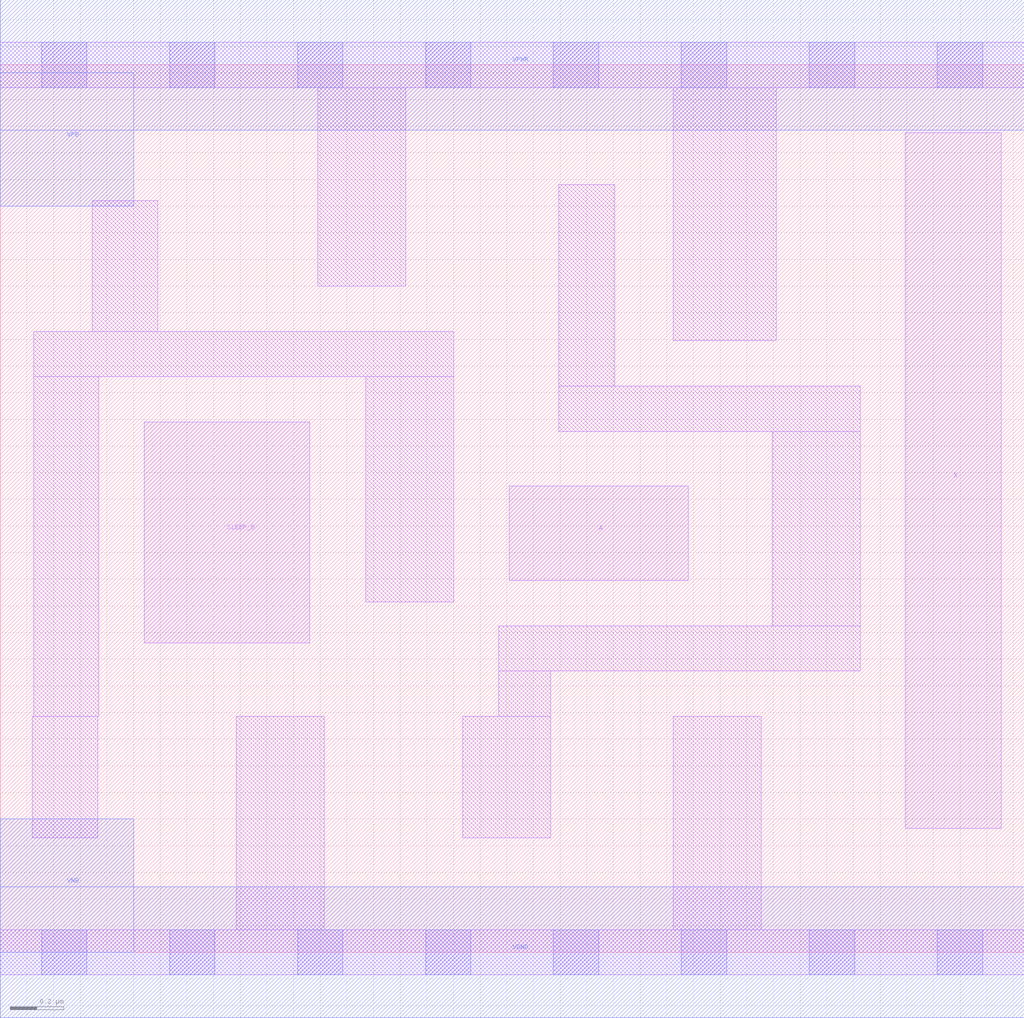
<source format=lef>
# Copyright 2020 The SkyWater PDK Authors
#
# Licensed under the Apache License, Version 2.0 (the "License");
# you may not use this file except in compliance with the License.
# You may obtain a copy of the License at
#
#     https://www.apache.org/licenses/LICENSE-2.0
#
# Unless required by applicable law or agreed to in writing, software
# distributed under the License is distributed on an "AS IS" BASIS,
# WITHOUT WARRANTIES OR CONDITIONS OF ANY KIND, either express or implied.
# See the License for the specific language governing permissions and
# limitations under the License.
#
# SPDX-License-Identifier: Apache-2.0

VERSION 5.5 ;
NAMESCASESENSITIVE ON ;
BUSBITCHARS "[]" ;
DIVIDERCHAR "/" ;
MACRO sky130_fd_sc_lp__inputiso1n_lp
  CLASS CORE ;
  SOURCE USER ;
  ORIGIN  0.000000  0.000000 ;
  SIZE  3.840000 BY  3.330000 ;
  SYMMETRY X Y R90 ;
  SITE unit ;
  PIN A
    ANTENNAGATEAREA  0.189000 ;
    DIRECTION INPUT ;
    USE SIGNAL ;
    PORT
      LAYER li1 ;
        RECT 1.910000 1.395000 2.580000 1.750000 ;
    END
  END A
  PIN SLEEP_B
    ANTENNAGATEAREA  0.252000 ;
    DIRECTION INPUT ;
    USE SIGNAL ;
    PORT
      LAYER li1 ;
        RECT 0.540000 1.160000 1.160000 1.990000 ;
    END
  END SLEEP_B
  PIN X
    ANTENNADIFFAREA  0.445200 ;
    DIRECTION OUTPUT ;
    USE SIGNAL ;
    PORT
      LAYER li1 ;
        RECT 3.395000 0.465000 3.755000 3.075000 ;
    END
  END X
  PIN VGND
    DIRECTION INOUT ;
    USE GROUND ;
    PORT
      LAYER met1 ;
        RECT 0.000000 -0.245000 3.840000 0.245000 ;
    END
  END VGND
  PIN VNB
    DIRECTION INOUT ;
    USE GROUND ;
    PORT
      LAYER met1 ;
        RECT 0.000000 0.000000 0.500000 0.500000 ;
    END
  END VNB
  PIN VPB
    DIRECTION INOUT ;
    USE POWER ;
    PORT
      LAYER met1 ;
        RECT 0.000000 2.800000 0.500000 3.300000 ;
    END
  END VPB
  PIN VPWR
    DIRECTION INOUT ;
    USE POWER ;
    PORT
      LAYER met1 ;
        RECT 0.000000 3.085000 3.840000 3.575000 ;
    END
  END VPWR
  OBS
    LAYER li1 ;
      RECT 0.000000 -0.085000 3.840000 0.085000 ;
      RECT 0.000000  3.245000 3.840000 3.415000 ;
      RECT 0.120000  0.430000 0.365000 0.885000 ;
      RECT 0.125000  0.885000 0.370000 2.160000 ;
      RECT 0.125000  2.160000 1.700000 2.330000 ;
      RECT 0.345000  2.330000 0.590000 2.820000 ;
      RECT 0.885000  0.085000 1.215000 0.885000 ;
      RECT 1.190000  2.500000 1.520000 3.245000 ;
      RECT 1.370000  1.315000 1.700000 2.160000 ;
      RECT 1.735000  0.430000 2.065000 0.885000 ;
      RECT 1.870000  0.885000 2.065000 1.055000 ;
      RECT 1.870000  1.055000 3.225000 1.225000 ;
      RECT 2.095000  1.955000 3.225000 2.125000 ;
      RECT 2.095000  2.125000 2.305000 2.880000 ;
      RECT 2.525000  0.085000 2.855000 0.885000 ;
      RECT 2.525000  2.295000 2.910000 3.245000 ;
      RECT 2.895000  1.225000 3.225000 1.955000 ;
    LAYER mcon ;
      RECT 0.155000 -0.085000 0.325000 0.085000 ;
      RECT 0.155000  3.245000 0.325000 3.415000 ;
      RECT 0.635000 -0.085000 0.805000 0.085000 ;
      RECT 0.635000  3.245000 0.805000 3.415000 ;
      RECT 1.115000 -0.085000 1.285000 0.085000 ;
      RECT 1.115000  3.245000 1.285000 3.415000 ;
      RECT 1.595000 -0.085000 1.765000 0.085000 ;
      RECT 1.595000  3.245000 1.765000 3.415000 ;
      RECT 2.075000 -0.085000 2.245000 0.085000 ;
      RECT 2.075000  3.245000 2.245000 3.415000 ;
      RECT 2.555000 -0.085000 2.725000 0.085000 ;
      RECT 2.555000  3.245000 2.725000 3.415000 ;
      RECT 3.035000 -0.085000 3.205000 0.085000 ;
      RECT 3.035000  3.245000 3.205000 3.415000 ;
      RECT 3.515000 -0.085000 3.685000 0.085000 ;
      RECT 3.515000  3.245000 3.685000 3.415000 ;
  END
END sky130_fd_sc_lp__inputiso1n_lp
END LIBRARY

</source>
